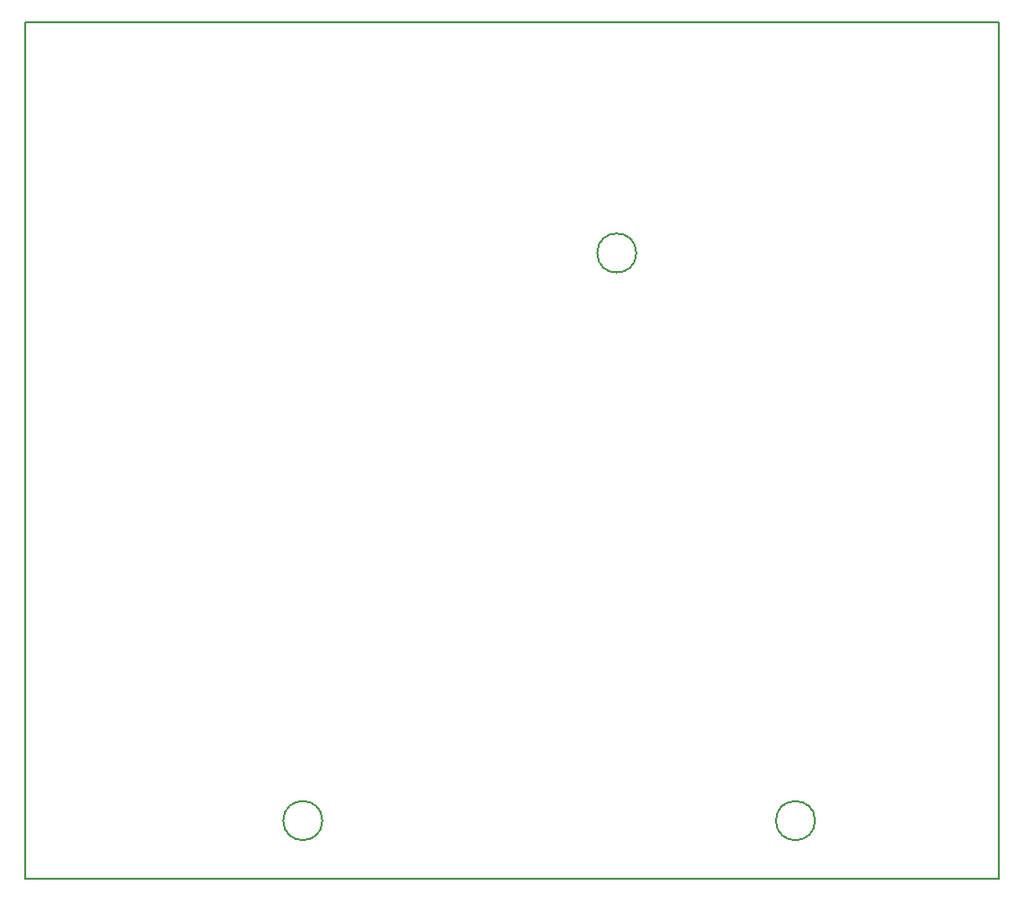
<source format=gbr>
G04 #@! TF.FileFunction,Profile,NP*
%FSLAX46Y46*%
G04 Gerber Fmt 4.6, Leading zero omitted, Abs format (unit mm)*
G04 Created by KiCad (PCBNEW 4.0.7+dfsg1-1~bpo8+1) date Mon Jun  4 12:39:51 2018*
%MOMM*%
%LPD*%
G01*
G04 APERTURE LIST*
%ADD10C,0.100000*%
%ADD11C,0.160000*%
%ADD12C,0.150000*%
G04 APERTURE END LIST*
D10*
D11*
X174428610Y-125730000D02*
G75*
G03X174428610Y-125730000I-1708610J0D01*
G01*
X158807610Y-76073000D02*
G75*
G03X158807610Y-76073000I-1708610J0D01*
G01*
X131375610Y-125730000D02*
G75*
G03X131375610Y-125730000I-1708610J0D01*
G01*
D12*
X105410000Y-130810000D02*
X105410000Y-55880000D01*
X190500000Y-130810000D02*
X105410000Y-130810000D01*
X190500000Y-55880000D02*
X190500000Y-130810000D01*
X105410000Y-55880000D02*
X190500000Y-55880000D01*
M02*

</source>
